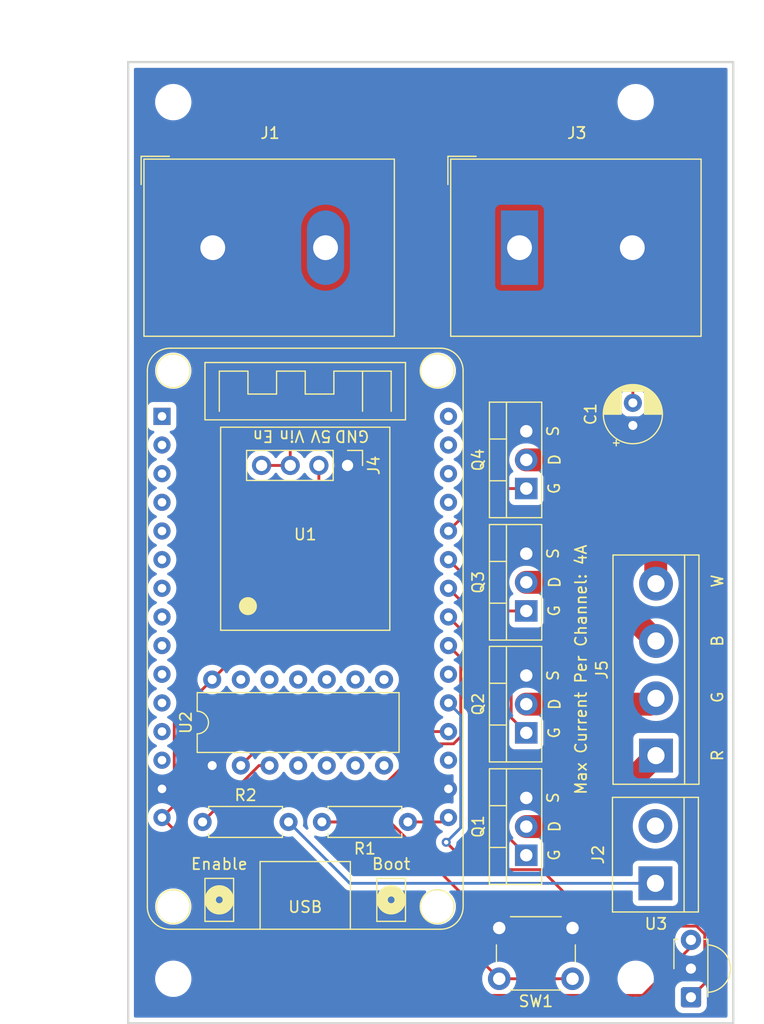
<source format=kicad_pcb>
(kicad_pcb (version 20211014) (generator pcbnew)
  (layers (0 "F.Cu" signal) (31 "B.Cu" signal) (34 "B.Paste" user) (35 "F.Paste" user) (36 "B.SilkS" user "B.Silkscreen") (37 "F.SilkS" user "F.Silkscreen") (38 "B.Mask" user) (39 "F.Mask" user) (44 "Edge.Cuts" user))
  (net 0 "")
  (net 1 "+12V")
  (net 2 "GND")
  (net 3 "+5V")
  (net 4 "LED_R")
  (net 5 "LED_G")
  (net 6 "LED_B")
  (net 7 "LED_W")
  (net 8 "/PWM_R")
  (net 9 "/PWM_G")
  (net 10 "/PWM_B")
  (net 11 "/PWM_W")
  (net 21 "+3V3")
  (net 26 "Net-(R1-Pad2)")
  (net 28 "Net-(R2-Pad1)")
  (net 29 "Net-(U1-Pad20)")
  (net 35 "Net-(U1-Pad19)")
  (net 37 "/D_out")
  (footprint "MountingHole:MountingHole_2.2mm_M2" (layer "F.Cu") (at 152.95 125.6)
    (fp_text reference "REF**" hide)
    (fp_text value "MountingHole_2.2mm_M2" hide)
    (pad "" np_thru_hole circle locked (at 0 0) (size 2.2 2.2) (drill 2.2) (layers *.Cu *.Mask))
  )
  (footprint "MountingHole:MountingHole_2.2mm_M2" (layer "F.Cu") (at 111.95 47.9)
    (fp_text reference "REF**" hide)
    (fp_text value "MountingHole_2.2mm_M2" hide)
    (pad "" np_thru_hole circle locked (at 0 0) (size 2.2 2.2) (drill 2.2) (layers *.Cu *.Mask))
  )
  (footprint "MountingHole:MountingHole_2.2mm_M2" (layer "F.Cu") (at 152.95 47.9)
    (fp_text reference "REF**" hide)
    (fp_text value "MountingHole_2.2mm_M2" hide)
    (pad "" np_thru_hole circle locked (at 0 0) (size 2.2 2.2) (drill 2.2) (layers *.Cu *.Mask))
  )
  (footprint "ESP32_DevKit_V1_DOIT:esp32_devkit_v1_doit" (layer "F.Cu") (at 123.65 75.75)
    (fp_text reference "U1" (at 0 10.47) (layer "F.SilkS"))
    (fp_text value "ESP32_DevKit_V1_DOIT" hide)
    (fp_text user "Enable" (at -7.62 39.68) (layer "F.SilkS"))
    (fp_text user "USB" (at 0 43.49) (layer "F.SilkS"))
    (fp_text user "Boot" (at 7.62 39.68) (layer "F.SilkS"))
    (fp_line (start -4 39.46) (end 4 39.46) (layer "F.SilkS") (width 0.12))
    (fp_line (start 0 -4.008) (end 0 -1.976) (layer "F.SilkS") (width 0.12))
    (fp_line (start -5.08 -1.976) (end -2.54 -1.976) (layer "F.SilkS") (width 0.12))
    (fp_line (start -8.89 40.95) (end -6.35 40.95) (layer "F.SilkS") (width 0.12))
    (fp_line (start 8.89 40.95) (end 8.89 44.76) (layer "F.SilkS") (width 0.12))
    (fp_line (start 2.54 -4.008) (end 7.62 -4.008) (layer "F.SilkS") (width 0.12))
    (fp_line (start 6.35 44.76) (end 6.35 40.95) (layer "F.SilkS") (width 0.12))
    (fp_line (start 14 43.46) (end 14 -4.04) (layer "F.SilkS") (width 0.12))
    (fp_line (start 7.5 18.96) (end -7.5 18.96) (layer "F.SilkS") (width 0.12))
    (fp_line (start -7.62 -4.008) (end -5.08 -4.008) (layer "F.SilkS") (width 0.12))
    (fp_line (start -6.35 40.95) (end -6.35 44.76) (layer "F.SilkS") (width 0.12))
    (fp_line (start -2.54 -1.976) (end -2.54 -4.008) (layer "F.SilkS") (width 0.12))
    (fp_line (start -8.89 0.31) (end -8.89 -4.77) (layer "F.SilkS") (width 0.12))
    (fp_line (start 0 -1.976) (end 2.54 -1.976) (layer "F.SilkS") (width 0.12))
    (fp_line (start -7.5 18.96) (end -7.5 0.96) (layer "F.SilkS") (width 0.12))
    (fp_line (start -4 39.46) (end -4 45.46) (layer "F.SilkS") (width 0.12))
    (fp_line (start 8.89 -4.77) (end 8.89 0.31) (layer "F.SilkS") (width 0.12))
    (fp_line (start 7.62 -4.008) (end 7.62 -0.452) (layer "F.SilkS") (width 0.12))
    (fp_line (start -14 -4.04) (end -14 43.46) (layer "F.SilkS") (width 0.12))
    (fp_line (start 2.54 -1.976) (end 2.54 -4.008) (layer "F.SilkS") (width 0.12))
    (fp_line (start -8.89 -4.77) (end 8.89 -4.77) (layer "F.SilkS") (width 0.12))
    (fp_line (start 7.5 0.96) (end 7.5 18.96) (layer "F.SilkS") (width 0.12))
    (fp_line (start 4 39.46) (end 4 45.46) (layer "F.SilkS") (width 0.12))
    (fp_line (start -6.35 44.76) (end -8.89 44.76) (layer "F.SilkS") (width 0.12))
    (fp_line (start -7.62 -0.452) (end -7.62 -4.008) (layer "F.SilkS") (width 0.12))
    (fp_line (start -2.54 -4.008) (end 0 -4.008) (layer "F.SilkS") (width 0.12))
    (fp_line (start 8.89 0.31) (end -8.89 0.31) (layer "F.SilkS") (width 0.12))
    (fp_line (start -8.89 44.76) (end -8.89 40.95) (layer "F.SilkS") (width 0.12))
    (fp_line (start -12 45.46) (end 12 45.46) (layer "F.SilkS") (width 0.12))
    (fp_line (start -12 -6.04) (end 12 -6.04) (layer "F.SilkS") (width 0.12))
    (fp_line (start 8.89 44.76) (end 6.35 44.76) (layer "F.SilkS") (width 0.12))
    (fp_line (start -7.5 0.96) (end 7.5 0.96) (layer "F.SilkS") (width 0.12))
    (fp_line (start -5.08 -4.008) (end -5.08 -1.976) (layer "F.SilkS") (width 0.12))
    (fp_line (start 5.08 -4.008) (end 5.08 -0.452) (layer "F.SilkS") (width 0.12))
    (fp_line (start 6.35 40.95) (end 8.89 40.95) (layer "F.SilkS") (width 0.12))
    (fp_arc (start -12 45.46) (mid -13.414214 44.874214) (end -14 43.46) (layer "F.SilkS") (width 0.12))
    (fp_arc (start 14 43.46) (mid 13.414214 44.874214) (end 12 45.46) (layer "F.SilkS") (width 0.12))
    (fp_arc (start 12 -6.04) (mid 13.414214 -5.454214) (end 14 -4.04) (layer "F.SilkS") (width 0.12))
    (fp_arc (start -14 -4.04) (mid -13.414214 -5.454214) (end -12 -6.04) (layer "F.SilkS") (width 0.12))
    (fp_circle (center -5.08 16.82) (end -4.68 16.82) (layer "F.SilkS") (width 0.8) (fill none))
    (fp_circle (center 11.7 -4.04) (end 13.2 -4.04) (layer "F.SilkS") (width 0.12) (fill none))
    (fp_circle (center -11.7 43.46) (end -10.2 43.46) (layer "F.SilkS") (width 0.12) (fill none))
    (fp_circle (center -11.7 -4.04) (end -10.2 -4.04) (layer "F.SilkS") (width 0.12) (fill none))
    (fp_circle (center 7.62 42.855) (end 7.92 42.855) (layer "F.SilkS") (width 1) (fill none))
    (fp_circle (center -7.62 42.855) (end -7.32 42.855) (layer "F.SilkS") (width 1) (fill none))
    (fp_circle (center 11.7 43.46) (end 13.2 43.46) (layer "F.SilkS") (width 0.12) (fill none))
    (pad "1" thru_hole rect locked (at -12.7 0) (size 1.524 1.524) (drill 0.762) (layers *.Cu *.Mask))
    (pad "2" thru_hole circle locked (at -12.7 2.54) (size 1.524 1.524) (drill 0.762) (layers *.Cu *.Mask))
    (pad "3" thru_hole circle locked (at -12.7 5.08) (size 1.524 1.524) (drill 0.762) (layers *.Cu *.Mask))
    (pad "4" thru_hole circle locked (at -12.7 7.62) (size 1.524 1.524) (drill 0.762) (layers *.Cu *.Mask))
    (pad "5" thru_hole circle locked (at -12.7 10.16) (size 1.524 1.524) (drill 0.762) (layers *.Cu *.Mask))
    (pad "6" thru_hole circle locked (at -12.7 12.7) (size 1.524 1.524) (drill 0.762) (layers *.Cu *.Mask))
    (pad "7" thru_hole circle locked (at -12.7 15.24) (size 1.524 1.524) (drill 0.762) (layers *.Cu *.Mask))
    (pad "8" thru_hole circle locked (at -12.7 17.78) (size 1.524 1.524) (drill 0.762) (layers *.Cu *.Mask))
    (pad "9" thru_hole circle locked (at -12.7 20.32) (size 1.524 1.524) (drill 0.762) (layers *.Cu *.Mask))
    (pad "10" thru_hole circle locked (at -12.7 22.86) (size 1.524 1.524) (drill 0.762) (layers *.Cu *.Mask))
    (pad "11" thru_hole circle locked (at -12.7 25.4) (size 1.524 1.524) (drill 0.762) (layers *.Cu *.Mask))
    (pad "12" thru_hole circle locked (at -12.7 27.94) (size 1.524 1.524) (drill 0.762) (layers *.Cu *.Mask))
    (pad "13" thru_hole circle locked (at -12.7 30.48) (size 1.524 1.524) (drill 0.762) (layers *.Cu *.Mask))
    (pad "14" thru_hole circle locked (at -12.7 33.02) (size 1.524 1.524) (drill 0.762) (layers *.Cu *.Mask) (net 2 "GND"))
    (pad "15" thru_hole circle locked (at -12.7 35.56) (size 1.524 1.524) (drill 0.762) (layers *.Cu *.Mask) (net 3 "+5V"))
    (pad "16" thru_hole circle locked (at 12.7 35.56) (size 1.524 1.524) (drill 0.762) (layers *.Cu *.Mask) (net 21 "+3V3"))
    (pad "17" thru_hole circle locked (at 12.7 33.02) (size 1.524 1.524) (drill 0.762) (layers *.Cu *.Mask) (net 2 "GND"))
    (pad "18" thru_hole circle locked (at 12.7 30.48) (size 1.524 1.524) (drill 0.762) (layers *.Cu *.Mask))
    (pad "19" thru_hole circle locked (at 12.7 27.94) (size 1.524 1.524) (drill 0.762) (layers *.Cu *.Mask) (net 35 "Net-(U1-Pad19)"))
    (pad "20" thru_hole circle locked (at 12.7 25.4) (size 1.524 1.524) (drill 0.762) (layers *.Cu *.Mask) (net 29 "Net-(U1-Pad20)"))
    (pad "21" thru_hole circle locked (at 12.7 22.86) (size 1.524 1.524) (drill 0.762) (layers *.Cu *.Mask))
    (pad "22" thru_hole circle locked (at 12.7 20.32) (size 1.524 1.524) (drill 0.762) (layers *.Cu *.Mask) (net 26 "Net-(R1-Pad2)"))
    (pad "23" thru_hole circle locked (at 12.7 17.78) (size 1.524 1.524) (drill 0.762) (layers *.Cu *.Mask) (net 8 "/PWM_R"))
    (pad "24" thru_hole circle locked (at 12.7 15.24) (size 1.524 1.524) (drill 0.762) (layers *.Cu *.Mask) (net 9 "/PWM_G"))
    (pad "25" thru_hole circle locked (at 12.7 12.7) (size 1.524 1.524) (drill 0.762) (layers *.Cu *.Mask) (net 10 "/PWM_B"))
    (pad "26" thru_hole circle locked (at 12.7 10.16) (size 1.524 1.524) (drill 0.762) (layers *.Cu *.Mask) (net 11 "/PWM_W"))
    (pad "27" thru_hole circle locked (at 12.7 7.62) (size 1.524 1.524) (drill 0.762) (layers *.Cu *.Mask))
    (pad "28" thru_hole circle locked (at 12.7 5.08) (size 1.524 1.524) (drill 0.762) (layers *.Cu *.Mask))
    (pad "29" thru_hole circle locked (at 12.7 2.54) (size 1.524 1.524) (drill 0.762) (layers *.Cu *.Mask))
    (pad "30" thru_hole circle locked (at 12.7 0) (size 1.524 1.524) (drill 0.762) (layers *.Cu *.Mask))
  )
  (footprint "TerminalBlock:TerminalBlock_bornier-2_P5.08mm" (layer "F.Cu") (at 154.7 117.14 90)
    (fp_text reference "J2" (at 2.54 -5.08 90) (layer "F.SilkS"))
    (fp_text value "Screw_Terminal_01x02")
    (fp_line (start -2.54 -3.81) (end -2.54 3.81) (layer "F.SilkS") (width 0.12))
    (fp_line (start -2.54 3.81) (end 7.62 3.81) (layer "F.SilkS") (width 0.12))
    (fp_line (start 7.62 2.54) (end -2.54 2.54) (layer "F.SilkS") (width 0.12))
    (fp_line (start 7.62 3.81) (end 7.62 -3.81) (layer "F.SilkS") (width 0.12))
    (fp_line (start 7.62 -3.81) (end -2.54 -3.81) (layer "F.SilkS") (width 0.12))
    (pad "1" thru_hole rect (at 0 0 90) (size 3 3) (drill 1.52) (layers *.Cu *.Mask) (net 37 "/D_out"))
    (pad "2" thru_hole circle (at 5.08 0 90) (size 3 3) (drill 1.52) (layers *.Cu *.Mask))
  )
  (footprint "Button_Switch_THT:SW_PUSH_6mm_H5mm" (layer "F.Cu") (at 147.35 125.6 180)
    (fp_text reference "SW1" (at 3.25 -2) (layer "F.SilkS"))
    (fp_text value "SW_SPST")
    (fp_line (start 5.5 -1) (end 1 -1) (layer "F.SilkS") (width 0.12))
    (fp_line (start -0.25 1.5) (end -0.25 3) (layer "F.SilkS") (width 0.12))
    (fp_line (start 6.75 3) (end 6.75 1.5) (layer "F.SilkS") (width 0.12))
    (fp_line (start 1 5.5) (end 5.5 5.5) (layer "F.SilkS") (width 0.12))
    (pad "1" thru_hole circle (at 0 0 270) (size 2 2) (drill 1.1) (layers *.Cu *.Mask) (net 26 "Net-(R1-Pad2)"))
    (pad "1" thru_hole circle (at 6.5 0 270) (size 2 2) (drill 1.1) (layers *.Cu *.Mask) (net 26 "Net-(R1-Pad2)"))
    (pad "2" thru_hole circle (at 0 4.5 270) (size 2 2) (drill 1.1) (layers *.Cu *.Mask) (net 2 "GND"))
    (pad "2" thru_hole circle (at 6.5 4.5 270) (size 2 2) (drill 1.1) (layers *.Cu *.Mask) (net 2 "GND"))
  )
  (footprint "Connector_PinHeader_2.54mm:PinHeader_1x04_P2.54mm_Vertical" (layer "F.Cu") (at 127.4 80.1 -90)
    (fp_text reference "J4" (at 0 -2.33 90) (layer "F.SilkS"))
    (fp_text value "Conn_01x04_Male" hide)
    (fp_line (start -1.33 -1.33) (end 0 -1.33) (layer "F.SilkS") (width 0.12))
    (fp_line (start -1.33 1.27) (end -1.33 8.95) (layer "F.SilkS") (width 0.12))
    (fp_line (start 1.33 1.27) (end 1.33 8.95) (layer "F.SilkS") (width 0.12))
    (fp_line (start -1.33 1.27) (end 1.33 1.27) (layer "F.SilkS") (width 0.12))
    (fp_line (start -1.33 0) (end -1.33 -1.33) (layer "F.SilkS") (width 0.12))
    (fp_line (start -1.33 8.95) (end 1.33 8.95) (layer "F.SilkS") (width 0.12))
    (pad "1" thru_hole rect locked (at 0 0 270) (size 1.7 1.7) (drill 1) (layers *.Cu *.Mask) (net 2 "GND"))
    (pad "2" thru_hole oval locked (at 0 2.54 270) (size 1.7 1.7) (drill 1) (layers *.Cu *.Mask) (net 3 "+5V"))
    (pad "3" thru_hole oval locked (at 0 5.08 270) (size 1.7 1.7) (drill 1) (layers *.Cu *.Mask) (net 1 "+12V"))
    (pad "4" thru_hole oval locked (at 0 7.62 270) (size 1.7 1.7) (drill 1) (layers *.Cu *.Mask) (net 1 "+12V"))
  )
  (footprint "Package_TO_SOT_THT:TO-220-3_Vertical" (layer "F.Cu") (at 143.25 93 90)
    (fp_text reference "Q3" (at 2.54 -4.27 90) (layer "F.SilkS"))
    (fp_text value "IRLB8721PBF" hide)
    (fp_line (start 7.66 -3.27) (end 7.66 1.371) (layer "F.SilkS") (width 0.12))
    (fp_line (start -2.58 -3.27) (end 7.66 -3.27) (layer "F.SilkS") (width 0.12))
    (fp_line (start -2.58 -3.27) (end -2.58 1.371) (layer "F.SilkS") (width 0.12))
    (fp_line (start 4.391 -3.27) (end 4.391 -1.76) (layer "F.SilkS") (width 0.12))
    (fp_line (start -2.58 -1.76) (end 7.66 -1.76) (layer "F.SilkS") (width 0.12))
    (fp_line (start -2.58 1.371) (end 7.66 1.371) (layer "F.SilkS") (width 0.12))
    (fp_line (start 0.69 -3.27) (end 0.69 -1.76) (layer "F.SilkS") (width 0.12))
    (pad "1" thru_hole rect locked (at 0 0 90) (size 1.905 2) (drill 1.1) (layers *.Cu *.Mask) (net 10 "/PWM_B"))
    (pad "2" thru_hole oval locked (at 2.54 0 90) (size 1.905 2) (drill 1.1) (layers *.Cu *.Mask) (net 6 "LED_B"))
    (pad "3" thru_hole oval locked (at 5.08 0 90) (size 1.905 2) (drill 1.1) (layers *.Cu *.Mask) (net 2 "GND"))
  )
  (footprint "MountingHole:MountingHole_2.2mm_M2" (layer "F.Cu") (at 135.4 71.7)
    (fp_text reference "REF**" hide)
    (fp_text value "MountingHole_2.2mm_M2" hide)
    (pad "" np_thru_hole circle locked (at 0 0) (size 2.2 2.2) (drill 2.2) (layers *.Cu *.Mask))
  )
  (footprint "MountingHole:MountingHole_2.2mm_M2" (layer "F.Cu") (at 135.4 119.2)
    (fp_text reference "REF**" hide)
    (fp_text value "MountingHole_2.2mm_M2")
    (pad "" np_thru_hole circle locked (at 0 0) (size 2.2 2.2) (drill 2.2) (layers *.Cu *.Mask))
  )
  (footprint "Package_TO_SOT_THT:TO-220-3_Vertical" (layer "F.Cu") (at 143.25 114.65 90)
    (fp_text reference "Q1" (at 2.54 -4.27 90) (layer "F.SilkS"))
    (fp_text value "IRLB8721PBF" hide)
    (fp_line (start 4.391 -3.27) (end 4.391 -1.76) (layer "F.SilkS") (width 0.12))
    (fp_line (start 0.69 -3.27) (end 0.69 -1.76) (layer "F.SilkS") (width 0.12))
    (fp_line (start -2.58 1.371) (end 7.66 1.371) (layer "F.SilkS") (width 0.12))
    (fp_line (start -2.58 -1.76) (end 7.66 -1.76) (layer "F.SilkS") (width 0.12))
    (fp_line (start -2.58 -3.27) (end 7.66 -3.27) (layer "F.SilkS") (width 0.12))
    (fp_line (start -2.58 -3.27) (end -2.58 1.371) (layer "F.SilkS") (width 0.12))
    (fp_line (start 7.66 -3.27) (end 7.66 1.371) (layer "F.SilkS") (width 0.12))
    (pad "1" thru_hole rect locked (at 0 0 90) (size 1.905 2) (drill 1.1) (layers *.Cu *.Mask) (net 8 "/PWM_R"))
    (pad "2" thru_hole oval locked (at 2.54 0 90) (size 1.905 2) (drill 1.1) (layers *.Cu *.Mask) (net 4 "LED_R"))
    (pad "3" thru_hole oval locked (at 5.08 0 90) (size 1.905 2) (drill 1.1) (layers *.Cu *.Mask) (net 2 "GND"))
  )
  (footprint "MountingHole:MountingHole_2.2mm_M2" (layer "F.Cu") (at 111.95 71.7)
    (fp_text reference "REF**" hide)
    (fp_text value "MountingHole_2.2mm_M2" hide)
    (pad "" np_thru_hole circle locked (at 0 0) (size 2.2 2.2) (drill 2.2) (layers *.Cu *.Mask))
  )
  (footprint "TerminalBlock_Dinkle:TerminalBlock_Dinkle_DT-55-B01X-02_P10.00mm" (layer "F.Cu") (at 142.65 60.8)
    (fp_text reference "J3" (at 5.08 -10.16) (layer "F.SilkS"))
    (fp_text value "Screw_Terminal_01x02")
    (fp_line (start -6.35 -8.1) (end -3.85 -8.1) (layer "F.SilkS") (width 0.12))
    (fp_line (start -6.35 -5.6) (end -6.35 -8.1) (layer "F.SilkS") (width 0.12))
    (fp_line (start -6.1 7.85) (end 16.1 7.85) (layer "F.SilkS") (width 0.12))
    (fp_line (start -6.1 7.85) (end -6.1 -7.85) (layer "F.SilkS") (width 0.12))
    (fp_line (start 16.1 -7.85) (end 16.1 7.85) (layer "F.SilkS") (width 0.12))
    (fp_line (start -6.1 -7.85) (end 16.1 -7.85) (layer "F.SilkS") (width 0.12))
    (pad "1" thru_hole rect (at 0 0) (size 3.3 6.6) (drill 2.2) (layers *.Cu *.Mask) (net 1 "+12V"))
    (pad "2" thru_hole oval (at 10 0) (size 3.3 6.6) (drill 2.2) (layers *.Cu *.Mask) (net 2 "GND"))
  )
  (footprint "MountingHole:MountingHole_2.2mm_M2" (layer "F.Cu") (at 111.95 119.2)
    (fp_text reference "REF**" hide)
    (fp_text value "MountingHole_2.2mm_M2")
    (pad "" np_thru_hole circle locked (at 0 0) (size 2.2 2.2) (drill 2.2) (layers *.Cu *.Mask))
  )
  (footprint "MountingHole:MountingHole_2.2mm_M2" (layer "F.Cu") (at 111.95 125.6)
    (fp_text reference "REF**" hide)
    (fp_text value "MountingHole_2.2mm_M2" hide)
    (pad "" np_thru_hole circle locked (at 0 0) (size 2.2 2.2) (drill 2.2) (layers *.Cu *.Mask))
  )
  (footprint "Package_DIP:DIP-14_W7.62mm" (layer "F.Cu") (at 115.4 106.7 90)
    (fp_text reference "U2" (at 3.81 -2.33 90) (layer "F.SilkS"))
    (fp_text value "SN74AHCT125")
    (fp_line (start 2.81 -1.33) (end 1.16 -1.33) (layer "F.SilkS") (width 0.12))
    (fp_line (start 6.46 -1.33) (end 4.81 -1.33) (layer "F.SilkS") (width 0.12))
    (fp_line (start 1.16 16.57) (end 6.46 16.57) (layer "F.SilkS") (width 0.12))
    (fp_line (start 1.16 -1.33) (end 1.16 16.57) (layer "F.SilkS") (width 0.12))
    (fp_line (start 6.46 16.57) (end 6.46 -1.33) (layer "F.SilkS") (width 0.12))
    (fp_arc (start 4.81 -1.33) (mid 3.81 -0.33) (end 2.81 -1.33) (layer "F.SilkS") (width 0.12))
    (pad "1" thru_hole rect (at 0 0 90) (size 1.6 1.6) (drill 0.8) (layers *.Cu *.Mask) (net 2 "GND"))
    (pad "2" thru_hole oval (at 0 2.54 90) (size 1.6 1.6) (drill 0.8) (layers *.Cu *.Mask) (net 35 "Net-(U1-Pad19)"))
    (pad "3" thru_hole oval (at 0 5.08 90) (size 1.6 1.6) (drill 0.8) (layers *.Cu *.Mask) (net 28 "Net-(R2-Pad1)"))
    (pad "4" thru_hole oval (at 0 7.62 90) (size 1.6 1.6) (drill 0.8) (layers *.Cu *.Mask))
    (pad "5" thru_hole oval (at 0 10.16 90) (size 1.6 1.6) (drill 0.8) (layers *.Cu *.Mask))
    (pad "6" thru_hole oval (at 0 12.7 90) (size 1.6 1.6) (drill 0.8) (layers *.Cu *.Mask))
    (pad "7" thru_hole oval (at 0 15.24 90) (size 1.6 1.6) (drill 0.8) (layers *.Cu *.Mask))
    (pad "8" thru_hole oval (at 7.62 15.24 90) (size 1.6 1.6) (drill 0.8) (layers *.Cu *.Mask))
    (pad "9" thru_hole oval (at 7.62 12.7 90) (size 1.6 1.6) (drill 0.8) (layers *.Cu *.Mask))
    (pad "10" thru_hole oval (at 7.62 10.16 90) (size 1.6 1.6) (drill 0.8) (layers *.Cu *.Mask))
    (pad "11" thru_hole oval (at 7.62 7.62 90) (size 1.6 1.6) (drill 0.8) (layers *.Cu *.Mask))
    (pad "12" thru_hole oval (at 7.62 5.08 90) (size 1.6 1.6) (drill 0.8) (layers *.Cu *.Mask))
    (pad "13" thru_hole oval (at 7.62 2.54 90) (size 1.6 1.6) (drill 0.8) (layers *.Cu *.Mask))
    (pad "14" thru_hole oval (at 7.62 0 90) (size 1.6 1.6) (drill 0.8) (layers *.Cu *.Mask) (net 3 "+5V"))
  )
  (footprint "Resistor_THT:R_Axial_DIN0207_L6.3mm_D2.5mm_P7.62mm_Horizontal" (layer "F.Cu") (at 114.55 111.7)
    (fp_text reference "R2" (at 3.81 -2.37) (layer "F.SilkS"))
    (fp_text value "62")
    (fp_line (start 0.54 1.04) (end 0.54 1.37) (layer "F.SilkS") (width 0.12))
    (fp_line (start 0.54 -1.37) (end 7.08 -1.37) (layer "F.SilkS") (width 0.12))
    (fp_line (start 7.08 1.37) (end 7.08 1.04) (layer "F.SilkS") (width 0.12))
    (fp_line (start 0.54 -1.04) (end 0.54 -1.37) (layer "F.SilkS") (width 0.12))
    (fp_line (start 0.54 1.37) (end 7.08 1.37) (layer "F.SilkS") (width 0.12))
    (fp_line (start 7.08 -1.37) (end 7.08 -1.04) (layer "F.SilkS") (width 0.12))
    (pad "1" thru_hole circle (at 0 0) (size 1.6 1.6) (drill 0.8) (layers *.Cu *.Mask) (net 28 "Net-(R2-Pad1)"))
    (pad "2" thru_hole oval (at 7.62 0) (size 1.6 1.6) (drill 0.8) (layers *.Cu *.Mask) (net 37 "/D_out"))
  )
  (footprint "TerminalBlock:TerminalBlock_bornier-4_P5.08mm" (layer "F.Cu") (at 154.75 105.82 90)
    (fp_text reference "J5" (at 7.6 -4.8 90) (layer "F.SilkS"))
    (fp_text value "Screw_Terminal_01x04")
    (fp_line (start 17.78 3.81) (end 17.78 -3.81) (layer "F.SilkS") (width 0.12))
    (fp_line (start -2.54 -3.81) (end 17.78 -3.81) (layer "F.SilkS") (width 0.12))
    (fp_line (start -2.54 -3.81) (end -2.54 3.81) (layer "F.SilkS") (width 0.12))
    (fp_line (start -2.54 3.81) (end 17.78 3.81) (layer "F.SilkS") (width 0.12))
    (fp_line (start 17.78 2.54) (end -2.54 2.54) (layer "F.SilkS") (width 0.12))
    (pad "1" thru_hole rect locked (at 0 0 90) (size 3 3) (drill 1.52) (layers *.Cu *.Mask) (net 4 "LED_R"))
    (pad "2" thru_hole circle locked (at 5.08 0 90) (size 3 3) (drill 1.52) (layers *.Cu *.Mask) (net 5 "LED_G"))
    (pad "3" thru_hole circle locked (at 10.16 0 90) (size 3 3) (drill 1.52) (layers *.Cu *.Mask) (net 6 "LED_B"))
    (pad "4" thru_hole circle locked (at 15.24 0 90) (size 3 3) (drill 1.52) (layers *.Cu *.Mask) (net 7 "LED_W"))
  )
  (footprint "OptoDevice:Vishay_MINICAST-3Pin" (layer "F.Cu") (at 157.85 127.24 90)
    (fp_text reference "U3" (at 6.5 -3.1 180) (layer "F.SilkS"))
    (fp_text value "TSOP382xx")
    (fp_line (start 5.14 -1.16) (end 5.14 -1.51) (layer "F.SilkS") (width 0.12))
    (fp_line (start 5.14 1.16) (end 5.14 1.5) (layer "F.SilkS") (width 0.12))
    (fp_line (start 5.14 1.5) (end 0.05 1.5) (layer "F.SilkS") (width 0.12))
    (fp_line (start 5.14 -1.51) (end 2.54 -1.51) (layer "F.SilkS") (width 0.12))
    (fp_arc (start 4.64 1.5) (mid 2.540869 3.502378) (end 0.440083 1.501736) (layer "F.SilkS") (width 0.12))
    (pad "1" thru_hole roundrect (at 0 0 90) (size 1.8 1.8) (drill 0.9) (layers *.Cu *.Mask) (roundrect_rratio 0.139) (net 29 "Net-(U1-Pad20)"))
    (pad "2" thru_hole circle (at 2.54 0 90) (size 1.8 1.8) (drill 0.9) (layers *.Cu *.Mask) (net 2 "GND"))
    (pad "3" thru_hole circle (at 5.08 0 90) (size 1.8 1.8) (drill 0.9) (layers *.Cu *.Mask) (net 3 "+5V"))
  )
  (footprint "TerminalBlock_Dinkle:TerminalBlock_Dinkle_DT-55-B01X-02_P10.00mm" (layer "F.Cu") (at 115.45 60.8)
    (fp_text reference "J1" (at 5.08 -10.16) (layer "F.SilkS"))
    (fp_text value "Screw_Terminal_01x02")
    (fp_line (start 16.1 -7.85) (end 16.1 7.85) (layer "F.SilkS") (width 0.12))
    (fp_line (start -6.1 7.85) (end -6.1 -7.85) (layer "F.SilkS") (width 0.12))
    (fp_line (start -6.1 -7.85) (end 16.1 -7.85) (layer "F.SilkS") (width 0.12))
    (fp_line (start -6.35 -5.6) (end -6.35 -8.1) (layer "F.SilkS") (width 0.12))
    (fp_line (start -6.35 -8.1) (end -3.85 -8.1) (layer "F.SilkS") (width 0.12))
    (fp_line (start -6.1 7.85) (end 16.1 7.85) (layer "F.SilkS") (width 0.12))
    (pad "1" thru_hole rect (at 0 0) (size 3.3 6.6) (drill 2.2) (layers *.Cu *.Mask) (net 2 "GND"))
    (pad "2" thru_hole oval (at 10 0) (size 3.3 6.6) (drill 2.2) (layers *.Cu *.Mask) (net 1 "+12V"))
  )
  (footprint "Resistor_THT:R_Axial_DIN0207_L6.3mm_D2.5mm_P7.62mm_Horizontal" (layer "F.Cu") (at 132.75 111.7 180)
    (fp_text reference "R1" (at 3.81 -2.37) (layer "F.SilkS"))
    (fp_text value "10k")
    (fp_line (start 0.54 -1.04) (end 0.54 -1.37) (layer "F.SilkS") (width 0.12))
    (fp_line (start 7.08 -1.37) (end 7.08 -1.04) (layer "F.SilkS") (width 0.12))
    (fp_line (start 0.54 1.37) (end 7.08 1.37) (layer "F.SilkS") (width 0.12))
    (fp_line (start 0.54 -1.37) (end 7.08 -1.37) (layer "F.SilkS") (width 0.12))
    (fp_line (start 7.08 1.37) (end 7.08 1.04) (layer "F.SilkS") (width 0.12))
    (fp_line (start 0.54 1.04) (end 0.54 1.37) (layer "F.SilkS") (width 0.12))
    (pad "1" thru_hole circle (at 0 0 180) (size 1.6 1.6) (drill 0.8) (layers *.Cu *.Mask) (net 21 "+3V3"))
    (pad "2" thru_hole oval (at 7.62 0 180) (size 1.6 1.6) (drill 0.8) (layers *.Cu *.Mask) (net 26 "Net-(R1-Pad2)"))
  )
  (footprint "Package_TO_SOT_THT:TO-220-3_Vertical" (layer "F.Cu") (at 143.25 82.15 90)
    (fp_text reference "Q4" (at 2.54 -4.27 90) (layer "F.SilkS"))
    (fp_text value "IRLB8721PBF" hide)
    (fp_line (start 4.391 -3.27) (end 4.391 -1.76) (layer "F.SilkS") (width 0.12))
    (fp_line (start -2.58 -1.76) (end 7.66 -1.76) (layer "F.SilkS") (width 0.12))
    (fp_line (start -2.58 -3.27) (end -2.58 1.371) (layer "F.SilkS") (width 0.12))
    (fp_line (start 7.66 -3.27) (end 7.66 1.371) (layer "F.SilkS") (width 0.12))
    (fp_line (start 0.69 -3.27) (end 0.69 -1.76) (layer "F.SilkS") (width 0.12))
    (fp_line (start -2.58 1.371) (end 7.66 1.371) (layer "F.SilkS") (width 0.12))
    (fp_line (start -2.58 -3.27) (end 7.66 -3.27) (layer "F.SilkS") (width 0.12))
    (pad "1" thru_hole rect locked (at 0 0 90) (size 1.905 2) (drill 1.1) (layers *.Cu *.Mask) (net 11 "/PWM_W"))
    (pad "2" thru_hole oval locked (at 2.54 0 90) (size 1.905 2) (drill 1.1) (layers *.Cu *.Mask) (net 7 "LED_W"))
    (pad "3" thru_hole oval locked (at 5.08 0 90) (size 1.905 2) (drill 1.1) (layers *.Cu *.Mask) (net 2 "GND"))
  )
  (footprint "Package_TO_SOT_THT:TO-220-3_Vertical" (layer "F.Cu") (at 143.25 103.8 90)
    (fp_text reference "Q2" (at 2.54 -4.27 90) (layer "F.SilkS"))
    (fp_text value "IRLB8721PBF" hide)
    (fp_line (start -2.58 -3.27) (end 7.66 -3.27) (layer "F.SilkS") (width 0.12))
    (fp_line (start -2.58 -1.76) (end 7.66 -1.76) (layer "F.SilkS") (width 0.12))
    (fp_line (start 7.66 -3.27) (end 7.66 1.371) (layer "F.SilkS") (width 0.12))
    (fp_line (start 0.69 -3.27) (end 0.69 -1.76) (layer "F.SilkS") (width 0.12))
    (fp_line (start -2.58 -3.27) (end -2.58 1.371) (layer "F.SilkS") (width 0.12))
    (fp_line (start -2.58 1.371) (end 7.66 1.371) (layer "F.SilkS") (width 0.12))
    (fp_line (start 4.391 -3.27) (end 4.391 -1.76) (layer "F.SilkS") (width 0.12))
    (pad "1" thru_hole rect locked (at 0 0 90) (size 1.905 2) (drill 1.1) (layers *.Cu *.Mask) (net 9 "/PWM_G"))
    (pad "2" thru_hole oval locked (at 2.54 0 90) (size 1.905 2) (drill 1.1) (layers *.Cu *.Mask) (net 5 "LED_G"))
    (pad "3" thru_hole oval locked (at 5.08 0 90) (size 1.905 2) (drill 1.1) (layers *.Cu *.Mask) (net 2 "GND"))
  )
  (footprint "Capacitor_THT:CP_Radial_D5.0mm_P2.00mm" (layer "F.Cu") (at 152.7 76.555113 90)
    (fp_text reference "C1" (at 1 -3.75 90) (layer "F.SilkS"))
    (fp_text value "1000uF")
    (fp_line (start 1.44 -2.543) (end 1.44 -1.04) (layer "F.SilkS") (width 0.12))
    (fp_line (start 2.121 -2.329) (end 2.121 -1.04) (layer "F.SilkS") (width 0.12))
    (fp_line (start 1.44 1.04) (end 1.44 2.543) (layer "F.SilkS") (width 0.12))
    (fp_line (start 1.56 -2.52) (end 1.56 -1.04) (layer "F.SilkS") (width 0.12))
    (fp_line (start 2.841 -1.826) (end 2.841 -1.04) (layer "F.SilkS") (width 0.12))
    (fp_line (start 3.001 -1.653) (end 3.001 -1.04) (layer "F.SilkS") (width 0.12))
    (fp_line (start 1.721 1.04) (end 1.721 2.48) (layer "F.SilkS") (width 0.12))
    (fp_line (start 2.921 1.04) (end 2.921 1.743) (layer "F.SilkS") (width 0.12))
    (fp_line (start 2.681 1.04) (end 2.681 1.971) (layer "F.SilkS") (width 0.12))
    (fp_line (start 1.16 1.04) (end 1.16 2.576) (layer "F.SilkS") (width 0.12))
    (fp_line (start 1.48 1.04) (end 1.48 2.536) (layer "F.SilkS") (width 0.12))
    (fp_line (start 2.441 1.04) (end 2.441 2.149) (layer "F.SilkS") (width 0.12))
    (fp_line (start 1.2 1.04) (end 1.2 2.573) (layer "F.SilkS") (width 0.12))
    (fp_line (start 3.561 -0.518) (end 3.561 0.518) (layer "F.SilkS") (width 0.12))
    (fp_line (start 2.721 1.04) (end 2.721 1.937) (layer "F.SilkS") (width 0.12))
    (fp_line (start 2.881 -1.785) (end 2.881 -1.04) (layer "F.SilkS") (width 0.12))
    (fp_line (start 2.681 -1.971) (end 2.681 -1.04) (layer "F.SilkS") (width 0.12))
    (fp_line (start 2.361 1.04) (end 2.361 2.2) (layer "F.SilkS") (width 0.12))
    (fp_line (start 3.121 -1.5) (end 3.121 1.5) (layer "F.SilkS") (width 0.12))
    (fp_line (start 3.201 -1.383) (end 3.201 1.383) (layer "F.SilkS") (width 0.12))
    (fp_line (start 3.601 -0.284) (end 3.601 0.284) (layer "F.SilkS") (width 0.12))
    (fp_line (start 2.441 -2.149) (end 2.441 -1.04) (layer "F.SilkS") (width 0.12))
    (fp_line (start 3.321 -1.178) (end 3.321 1.178) (layer "F.SilkS") (width 0.12))
    (fp_line (start 1.801 -2.455) (end 1.801 -1.04) (layer "F.SilkS") (width 0.12))
    (fp_line (start 1.52 1.04) (end 1.52 2.528) (layer "F.SilkS") (width 0.12))
    (fp_line (start 3.041 -1.605) (end 3.041 1.605) (layer "F.SilkS") (width 0.12))
    (fp_line (start 1.36 -2.556) (end 1.36 -1.04) (layer "F.SilkS") (width 0.12))
    (fp_line (start 2.521 -2.095) (end 2.521 -1.04) (layer "F.SilkS") (width 0.12))
    (fp_line (start 2.001 1.04) (end 2.001 2.382) (layer "F.SilkS") (width 0.12))
    (fp_line (start 1.48 -2.536) (end 1.48 -1.04) (layer "F.SilkS") (width 0.12))
    (fp_line (start 1 1.04) (end 1 2.58) (layer "F.SilkS") (width 0.12))
    (fp_line (start 1.921 1.04) (end 1.921 2.414) (layer "F.SilkS") (width 0.12))
    (fp_line (start 1.52 -2.528) (end 1.52 -1.04) (layer "F.SilkS") (width 0.12))
    (fp_line (start 3.281 -1.251) (end 3.281 1.251) (layer "F.SilkS") (width 0.12))
    (fp_line (start 2.201 1.04) (end 2.201 2.29) (layer "F.SilkS") (width 0.12))
    (fp_line (start 3.241 -1.319) (end 3.241 1.319) (layer "F.SilkS") (width 0.12))
    (fp_line (start 1.08 1.04) (end 1.08 2.579) (layer "F.SilkS") (width 0.12))
    (fp_line (start 1.841 1.04) (end 1.841 2.442) (layer "F.SilkS") (width 0.12))
    (fp_line (start 1.04 1.04) (end 1.04 2.58) (layer "F.SilkS") (width 0.12))
    (fp_line (start 2.321 1.04) (end 2.321 2.224) (layer "F.SilkS") (width 0.12))
    (fp_line (start 1.24 1.04) (end 1.24 2.569) (layer "F.SilkS") (width 0.12))
    (fp_line (start 2.401 1.04) (end 2.401 2.175) (layer "F.SilkS") (width 0.12))
    (fp_line (start 1.881 1.04) (end 1.881 2.428) (layer "F.SilkS") (width 0.12))
    (fp_line (start 3.401 -1.011) (end 3.401 1.011) (layer "F.SilkS") (width 0.12))
    (fp_line (start 1.32 -2.561) (end 1.32 -1.04) (layer "F.SilkS") (width 0.12))
    (fp_line (start 1.881 -2.428) (end 1.881 -1.04) (layer "F.SilkS") (width 0.12))
    (fp_line (start 2.281 -2.247) (end 2.281 -1.04) (layer "F.SilkS") (width 0.12))
    (fp_line (start 2.081 1.04) (end 2.081 2.348) (layer "F.SilkS") (width 0.12))
    (fp_line (start 2.801 1.04) (end 2.801 1.864) (layer "F.SilkS") (width 0.12))
    (fp_line (start 1.28 1.04) (end 1.28 2.565) (layer "F.SilkS") (width 0.12))
    (fp_line (start 1.12 1.04) (end 1.12 2.578) (layer "F.SilkS") (width 0.12))
    (fp_line (start 2.121 1.04) (end 2.121 2.329) (layer "F.SilkS") (width 0.12))
    (fp_line (start 2.081 -2.348) (end 2.081 -1.04) (layer "F.SilkS") (width 0.12))
    (fp_line (start 2.761 1.04) (end 2.761 1.901) (layer "F.SilkS") (width 0.12))
    (fp_line (start 1.08 -2.579) (end 1.08 -1.04) (layer "F.SilkS") (width 0.12))
    (fp_line (start 1.6 -2.511) (end 1.6 -1.04) (layer "F.SilkS") (width 0.12))
    (fp_line (start 2.481 -2.122) (end 2.481 -1.04) (layer "F.SilkS") (width 0.12))
    (fp_line (start 1.921 -2.414) (end 1.921 -1.04) (layer "F.SilkS") (width 0.12))
    (fp_line (start 2.561 -2.065) (end 2.561 -1.04) (layer "F.SilkS") (width 0.12))
    (fp_line (start 1.36 1.04) (end 1.36 2.556) (layer "F.SilkS") (width 0.12))
    (fp_line (start 3.521 -0.677) (end 3.521 0.677) (layer "F.SilkS") (width 0.12))
    (fp_line (start 2.201 -2.29) (end 2.201 -1.04) (layer "F.SilkS") (width 0.12))
    (fp_line (start 2.161 -2.31) (end 2.161 -1.04) (layer "F.SilkS") (width 0.12))
    (fp_line (start 2.961 -1.699) (end 2.961 -1.04) (layer "F.SilkS") (width 0.12))
    (fp_line (start 1.6 1.04) (end 1.6 2.511) (layer "F.SilkS") (width 0.12))
    (fp_line (start 3.001 1.04) (end 3.001 1.653) (layer "F.SilkS") (width 0.12))
    (fp_line (start 2.601 1.04) (end 2.601 2.035) (layer "F.SilkS") (width 0.12))
    (fp_line (start 2.241 -2.268) (end 2.241 -1.04) (layer "F.SilkS") (width 0.12))
    (fp_line (start 1.24 -2.569) (end 1.24 -1.04) (layer "F.SilkS") (width 0.12))
    (fp_line (start 1.761 1.04) (end 1.761 2.468) (layer "F.SilkS") (width 0.12))
    (fp_line (start 1.801 1.04) (end 1.801 2.455) (layer "F.SilkS") (width 0.12))
    (fp_line (start 1.28 -2.565) (end 1.28 -1.04) (layer "F.SilkS") (width 0.12))
    (fp_line (start 1.721 -2.48) (end 1.721 -1.04) (layer "F.SilkS") (width 0.12))
    (fp_line (start 2.481 1.04) (end 2.481 2.122) (layer "F.SilkS") (width 0.12))
    (fp_line (start 2.521 1.04) (end 2.521 2.095) (layer "F.SilkS") (width 0.12))
    (fp_line (start 2.041 -2.365) (end 2.041 -1.04) (layer "F.SilkS") (width 0.12))
    (fp_line (start 2.321 -2.224) (end 2.321 -1.04) (layer "F.SilkS") (width 0.12))
    (fp_line (start 1.04 -2.58) (end 1.04 -1.04) (layer "F.SilkS") (width 0.12))
    (fp_line (start 1.2 -2.573) (end 1.2 -1.04) (layer "F.SilkS") (width 0.12))
    (fp_line (start 2.641 1.04) (end 2.641 2.004) (layer "F.SilkS") (width 0.12))
    (fp_line (start 1.64 1.04) (end 1.64 2.501) (layer "F.SilkS") (width 0.12))
    (fp_line (start 2.881 1.04) (end 2.881 1.785) (layer "F.SilkS") (width 0.12))
    (fp_line (start 2.281 1.04) (end 2.281 2.247) (layer "F.SilkS") (width 0.12))
    (fp_line (start 3.441 -0.915) (end 3.441 0.915) (layer "F.SilkS") (width 0.12))
    (fp_line (start 2.361 -2.2) (end 2.361 -1.04) (layer "F.SilkS") (width 0.12))
    (fp_line (start 2.841 1.04) (end 2.841 1.826) (layer "F.SilkS") (width 0.12))
    (fp_line (start 2.921 -1.743) (end 2.921 -1.04) (layer "F.SilkS") (width 0.12))
    (fp_line (start 1.4 -2.55) (end 1.4 -1.04) (layer "F.SilkS") (width 0.12))
    (fp_line (start -1.554775 -1.725) (end -1.554775 -1.225) (layer "F.SilkS") (width 0.12))
    (fp_line (start 2.721 -1.937) (end 2.721 -1.04) (layer "F.SilkS") (width 0.12))
    (fp_line (start 2.641 -2.004) (end 2.641 -1.04) (layer "F.SilkS") (width 0.12))
    (fp_line (start 3.161 -1.443) (end 3.161 1.443) (layer "F.SilkS") (width 0.12))
    (fp_line (start 2.601 -2.035) (end 2.601 -1.04) (layer "F.SilkS") (width 0.12))
    (fp_line (start 1 -2.58) (end 1 -1.04) (layer "F.SilkS") (width 0.12))
    (fp_line (start 3.081 -1.554) (end 3.081 1.554) (layer "F.SilkS") (width 0.12))
    (fp_line (start 1.64 -2.501) (end 1.64 -1.04) (layer "F.SilkS") (width 0.12))
    (fp_line (start 2.041 1.04) (end 2.041 2.365) (layer "F.SilkS") (width 0.12))
    (fp_line (start 1.68 -2.491) (end 1.68 -1.04) (layer "F.SilkS") (width 0.12))
    (fp_line (start 1.56 1.04) (end 1.56 2.52) (layer "F.SilkS") (width 0.12))
    (fp_line (start 1.961 1.04) (end 1.961 2.398) (layer "F.SilkS") (width 0.12))
    (fp_line (start 2.001 -2.382) (end 2.001 -1.04) (layer "F.SilkS") (width 0.12))
    (fp_line (start 2.761 -1.901) (end 2.761 -1.04) (layer "F.SilkS") (width 0.12))
    (fp_line (start 3.361 -1.098) (end 3.361 1.098) (layer "F.SilkS") (width 0.12))
    (fp_line (start 1.761 -2.468) (end 1.761 -1.04) (layer "F.SilkS") (width 0.12))
    (fp_line (start 1.32 1.04) (end 1.32 2.561) (layer "F.SilkS") (width 0.12))
    (fp_line (start 2.401 -2.175) (end 2.401 -1.04) (layer "F.SilkS") (width 0.12))
    (fp_line (start 1.68 1.04) (end 1.68 2.491) (layer "F.SilkS") (width 0.12))
    (fp_line (start 1.961 -2.398) (end 1.961 -1.04) (layer "F.SilkS") (width 0.12))
    (fp_line (start 2.241 1.04) (end 2.241 2.268) (layer "F.SilkS") (width 0.12))
    (fp_line (start 2.961 1.04) (end 2.961 1.699) (layer "F.SilkS") (width 0.12))
    (fp_line (start 2.801 -1.864) (end 2.801 -1.04) (layer "F.SilkS") (width 0.12))
    (fp_line (start 2.561 1.04) (end 2.561 2.065) (layer "F.SilkS") (width 0.12))
    (fp_line (start 2.161 1.04) (end 2.161 2.31) (layer "F.SilkS") (width 0.12))
    (fp_line (start 1.4 1.04) (end 1.4 2.55) (layer "F.SilkS") (width 0.12))
    (fp_line (start 3.481 -0.805) (end 3.481 0.805) (layer "F.SilkS") (width 0.12))
    (fp_line (start 1.841 -2.442) (end 1.841 -1.04) (layer "F.SilkS") (width 0.12))
    (fp_line (start -1.804775 -1.475) (end -1.304775 -1.475) (layer "F.SilkS") (width 0.12))
    (fp_line (start 1.12 -2.578) (end 1.12 -1.04) (layer "F.SilkS") (width 0.12))
    (fp_line (start 1.16 -2.576) (end 1.16 -1.04) (layer "F.SilkS") (width 0.12))
    (fp_circle (center 1 0) (end 3.62 0) (layer "F.SilkS") (width 0.12) (fill none))
    (pad "1" thru_hole rect (at 0 0 90) (size 1.6 1.6) (drill 0.8) (layers *.Cu *.Mask) (net 2 "GND"))
    (pad "2" thru_hole circle (at 2 0 90) (size 1.6 1.6) (drill 0.8) (layers *.Cu *.Mask) (net 1 "+12V"))
  )
  (gr_rect (start 161.6 129.55) (end 107.95 44.35) (layer "Edge.Cuts") (width 0.2) (fill none))
  (gr_text "Vin" (at 122.45 77.5 180) (layer "F.SilkS") (effects (font (size 1 1))))
  (gr_text "D" (at 145.7725 101.26 90) (layer "F.SilkS") (effects (font (size 1 1))))
  (gr_text "B" (at 160.2 95.65 90) (layer "F.SilkS") (effects (font (size 1 1))))
  (gr_text "D" (at 145.7725 79.598095 90) (layer "F.SilkS") (effects (font (size 1 1))))
  (gr_text "En" (at 119.9 77.5 180) (layer "F.SilkS") (effects (font (size 1 1))))
  (gr_text "G" (at 145.7225 82.138095 90) (layer "F.SilkS") (effects (font (size 1 1))))
  (gr_text "Max Current Per Channel: 4A" (at 148.1 98.200001 90) (layer "F.SilkS") (effects (font (size 1 1))))
  (gr_text "W" (at 160.2 90.35 90) (layer "F.SilkS") (effects (font (size 1 1))))
  (gr_text "S" (at 145.6225 77.058096 90) (layer "F.SilkS") (effects (font (size 1 1))))
  (gr_text "G" (at 160.2 100.65 90) (layer "F.SilkS") (effects (font (size 1 1))))
  (gr_text "S" (at 145.6225 98.720001 90) (layer "F.SilkS") (effects (font (size 1 1))))
  (gr_text "G" (at 145.7225 92.988095 90) (layer "F.SilkS") (effects (font (size 1 1))))
  (gr_text "G" (at 145.7225 114.638095 90) (layer "F.SilkS") (effects (font (size 1 1))))
  (gr_text "GND" (at 127.8 77.5 180) (layer "F.SilkS") (effects (font (size 1 1))))
  (gr_text "S" (at 145.6225 109.558096 90) (layer "F.SilkS") (effects (font (size 1 1))))
  (gr_text "5V" (at 125.05 77.5 180) (layer "F.SilkS") (effects (font (size 1 1))))
  (gr_text "S" (at 145.6225 87.908096 90) (layer "F.SilkS") (effects (font (size 1 1))))
  (gr_text "D" (at 145.7725 90.448095 90) (layer "F.SilkS") (effects (font (size 1 1))))
  (gr_text "R" (at 160.2 105.8 90) (layer "F.SilkS") (effects (font (size 1 1))))
  (gr_text "G" (at 145.7225 103.8 90) (layer "F.SilkS") (effects (font (size 1 1))))
  (gr_text "D" (at 145.7725 112.098095 90) (layer "F.SilkS") (effects (font (size 1 1))))
  (segment (start 122.32 80.1) (end 122.32 63.93) (width 0.25) (layer "F.Cu") (net 1))
  (segment (start 122.32 63.93) (end 125.45 60.8) (width 0.25) (layer "F.Cu") (net 1))
  (segment (start 125.45 60.8) (end 142.65 60.8) (width 14) (layer "F.Cu") (net 1))
  (segment (start 152.7 70.85) (end 142.65 60.8) (width 0.25) (layer "F.Cu") (net 1))
  (segment (start 152.7 74.555113) (end 152.7 70.85) (width 0.25) (layer "F.Cu") (net 1))
  (segment (start 119.78 80.1) (end 122.32 80.1) (width 0.25) (layer "F.Cu") (net 1))
  (segment (start 112.036511 102.443489) (end 115.4 99.08) (width 0.25) (layer "F.Cu") (net 3))
  (segment (start 153.560768 127.074521) (end 157.85 122.785289) (width 0.25) (layer "F.Cu") (net 3))
  (segment (start 157.85 122.785289) (end 157.85 122.16) (width 0.25) (layer "F.Cu") (net 3))
  (segment (start 110.95 111.31) (end 112.036511 110.223489) (width 0.25) (layer "F.Cu") (net 3))
  (segment (start 124.86 89.62) (end 115.4 99.08) (width 0.25) (layer "F.Cu") (net 3))
  (segment (start 110.95 111.31) (end 126.714521 127.074521) (width 0.25) (layer "F.Cu") (net 3))
  (segment (start 112.036511 110.223489) (end 112.036511 102.443489) (width 0.25) (layer "F.Cu") (net 3))
  (segment (start 124.86 80.1) (end 124.86 89.62) (width 0.25) (layer "F.Cu") (net 3))
  (segment (start 126.714521 127.074521) (end 153.560768 127.074521) (width 0.25) (layer "F.Cu") (net 3))
  (segment (start 143.25 112.11) (end 148.46 112.11) (width 2.03) (layer "F.Cu") (net 4))
  (segment (start 148.46 112.11) (end 154.75 105.82) (width 2.03) (layer "F.Cu") (net 4))
  (segment (start 154.23 101.26) (end 154.75 100.74) (width 2.03) (layer "F.Cu") (net 5))
  (segment (start 143.25 101.26) (end 154.23 101.26) (width 2.03) (layer "F.Cu") (net 5))
  (segment locked (start 154.75 100.74) (end 154.75 101.059629) (width 2.03) (layer "F.Cu") (net 5))
  (segment (start 149.55 90.46) (end 154.75 95.66) (width 2.03) (layer "F.Cu") (net 6))
  (segment (start 143.25 90.46) (end 149.55 90.46) (width 2.03) (layer "F.Cu") (net 6))
  (segment (start 149.06 79.61) (end 154.73 85.28) (width 2.03) (layer "F.Cu") (net 7))
  (segment locked (start 154.73 90.56) (end 154.75 90.58) (width 2.03) (layer "F.Cu") (net 7))
  (segment (start 154.73 85.28) (end 154.73 90.56) (width 2.03) (layer "F.Cu") (net 7))
  (segment (start 143.25 79.61) (end 149.06 79.61) (width 2.03) (layer "F.Cu") (net 7))
  (segment (start 143.25 114.65) (end 141.46096 112.86096) (width 0.25) (layer "F.Cu") (net 8))
  (segment (start 141.46096 112.86096) (end 141.46096 98.64096) (width 0.25) (layer "F.Cu") (net 8))
  (segment (start 141.46096 98.64096) (end 136.35 93.53) (width 0.25) (layer "F.Cu") (net 8))
  (segment (start 141.91048 96.55048) (end 136.35 90.99) (width 0.25) (layer "F.Cu") (net 9))
  (segment (start 141.91048 102.46048) (end 141.91048 96.55048) (width 0.25) (layer "F.Cu") (net 9))
  (segment (start 143.25 103.8) (end 141.91048 102.46048) (width 0.25) (layer "F.Cu") (net 9))
  (segment (start 143.25 93) (end 140.9 93) (width 0.25) (layer "F.Cu") (net 10))
  (segment (start 140.9 93) (end 136.35 88.45) (width 0.25) (layer "F.Cu") (net 10))
  (segment (start 140.11 82.15) (end 136.35 85.91) (width 0.25) (layer "F.Cu") (net 11))
  (segment (start 143.25 82.15) (end 140.11 82.15) (width 0.25) (layer "F.Cu") (net 11))
  (segment (start 135.96 111.7) (end 136.35 111.31) (width 0.25) (layer "F.Cu") (net 21))
  (segment (start 132.75 111.7) (end 135.96 111.7) (width 0.25) (layer "F.Cu") (net 21))
  (segment (start 134.303789 104.776511) (end 127.3803 111.7) (width 0.25) (layer "F.Cu") (net 26))
  (segment (start 136.35 96.07) (end 137.436511 97.156511) (width 0.25) (layer "F.Cu") (net 26))
  (segment (start 139.525489 124.275489) (end 139.525489 120.065789) (width 0.25) (layer "F.Cu") (net 26))
  (segment (start 137.436511 104.140049) (end 136.800049 104.776511) (width 0.25) (layer "F.Cu") (net 26))
  (segment (start 140.85 125.6) (end 139.525489 124.275489) (width 0.25) (layer "F.Cu") (net 26))
  (segment (start 136.800049 104.776511) (end 134.303789 104.776511) (width 0.25) (layer "F.Cu") (net 26))
  (segment (start 127.3803 111.7) (end 125.13 111.7) (width 0.25) (layer "F.Cu") (net 26))
  (segment (start 131.1597 111.7) (end 125.13 111.7) (width 0.25) (layer "F.Cu") (net 26))
  (segment (start 137.436511 97.156511) (end 137.436511 104.140049) (width 0.25) (layer "F.Cu") (net 26))
  (segment (start 139.525489 120.065789) (end 131.1597 111.7) (width 0.25) (layer "F.Cu") (net 26))
  (segment (start 147.35 125.6) (end 140.85 125.6) (width 0.25) (layer "F.Cu") (net 26))
  (segment (start 114.55 111.7) (end 119.55 106.7) (width 0.25) (layer "F.Cu") (net 28))
  (segment (start 119.55 106.7) (end 120.48 106.7) (width 0.25) (layer "F.Cu") (net 28))
  (segment (start 158.35721 120.935489) (end 149.585489 120.935489) (width 0.25) (layer "F.Cu") (net 29))
  (segment (start 138.577011 115.927011) (end 136.15 113.5) (width 0.25) (layer "F.Cu") (net 29))
  (segment (start 157.85 127.24) (end 159.074511 126.015489) (width 0.25) (layer "F.Cu") (net 29))
  (segment (start 159.074511 121.65279) (end 158.35721 120.935489) (width 0.25) (layer "F.Cu") (net 29))
  (segment (start 149.585489 120.935489) (end 144.577011 115.927011) (width 0.25) (layer "F.Cu") (net 29))
  (segment (start 159.074511 126.015489) (end 159.074511 121.65279) (width 0.25) (layer "F.Cu") (net 29))
  (segment (start 144.577011 115.927011) (end 138.577011 115.927011) (width 0.25) (layer "F.Cu") (net 29))
  (via (at 136.15 113.5) (size 0.8) (drill 0.4) (layers "F.Cu" "B.Cu") (net 29))
  (segment (start 137.436511 102.236511) (end 136.35 101.15) (width 0.25) (layer "B.Cu") (net 29))
  (segment (start 136.15 113.5) (end 137.436511 112.213489) (width 0.25) (layer "B.Cu") (net 29))
  (segment (start 137.436511 112.213489) (end 137.436511 102.236511) (width 0.25) (layer "B.Cu") (net 29))
  (segment (start 117.94 106.7) (end 120.95 103.69) (width 0.25) (layer "F.Cu") (net 35))
  (segment (start 120.95 103.69) (end 136.35 103.69) (width 0.25) (layer "F.Cu") (net 35))
  (segment (start 154.7 117.14) (end 127.61 117.14) (width 0.25) (layer "B.Cu") (net 37))
  (segment (start 127.61 117.14) (end 122.17 111.7) (width 0.25) (layer "B.Cu") (net 37))
  (zone (net 2) (net_name "GND") (layer "B.Cu") (connect_pads yes (clearance 0.508)) (min_thickness 0.254) (fill yes (thermal_gap 0.508) (thermal_bridge_width 0.508))
    (polygon (pts (xy 108.3 44.65) (xy 161.15 44.65) (xy 161.15 129.15) (xy 108.3 129.15)))
  )
)
</source>
